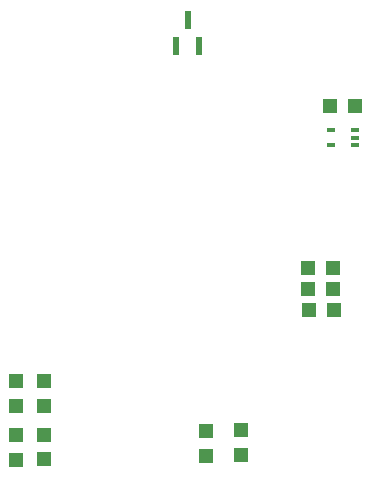
<source format=gbr>
G04*
G04 #@! TF.GenerationSoftware,Altium Limited,Altium Designer,24.2.2 (26)*
G04*
G04 Layer_Color=128*
%FSLAX44Y44*%
%MOMM*%
G71*
G04*
G04 #@! TF.SameCoordinates,92E383DB-29FE-4B3A-A1A2-949DC4B90B9B*
G04*
G04*
G04 #@! TF.FilePolarity,Positive*
G04*
G01*
G75*
%ADD22R,1.2000X1.2000*%
%ADD29R,1.2000X1.2000*%
%ADD101R,0.7000X0.4000*%
%ADD102R,0.6000X1.6000*%
D22*
X355550Y142240D02*
D03*
X334550D02*
D03*
X334010Y160020D02*
D03*
X355010D02*
D03*
X334060Y177800D02*
D03*
X355060D02*
D03*
X373330Y314960D02*
D03*
X352330D02*
D03*
D29*
X110490Y15916D02*
D03*
Y36916D02*
D03*
Y81874D02*
D03*
Y60874D02*
D03*
X86360Y36780D02*
D03*
Y15780D02*
D03*
Y61010D02*
D03*
Y82010D02*
D03*
X247650Y40050D02*
D03*
Y19050D02*
D03*
X276860Y40590D02*
D03*
Y19590D02*
D03*
D101*
X352970Y294790D02*
D03*
Y281790D02*
D03*
X373470Y281790D02*
D03*
Y288290D02*
D03*
Y294790D02*
D03*
D102*
X231800Y387760D02*
D03*
X222300Y365760D02*
D03*
X241300D02*
D03*
M02*

</source>
